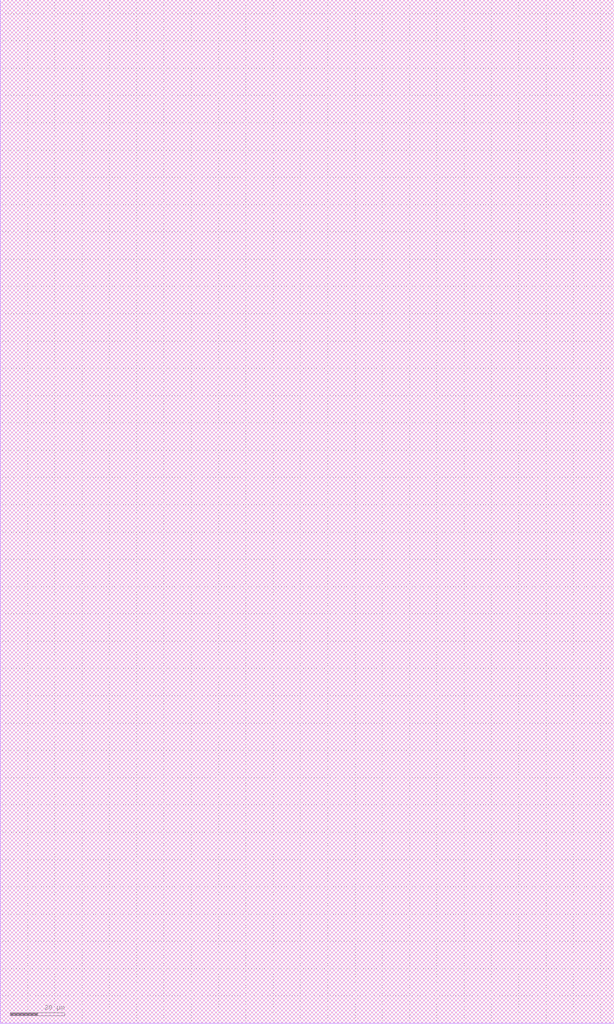
<source format=lef>
VERSION 5.7 ;
  NOWIREEXTENSIONATPIN ON ;
  DIVIDERCHAR "/" ;
  BUSBITCHARS "[]" ;
MACRO gf180mcu_hachure_ip__logo
  CLASS BLOCK ;
  FOREIGN gf180mcu_hachure_ip__logo ;
  ORIGIN 0.000 0.000 ;
  SIZE 225 BY 375 ;
  OBS
      LAYER Metal5 ;
        RECT 0.0 0.0 225 375 ;
  END
END gf180mcu_hachure_ip__logo
END LIBRARY


</source>
